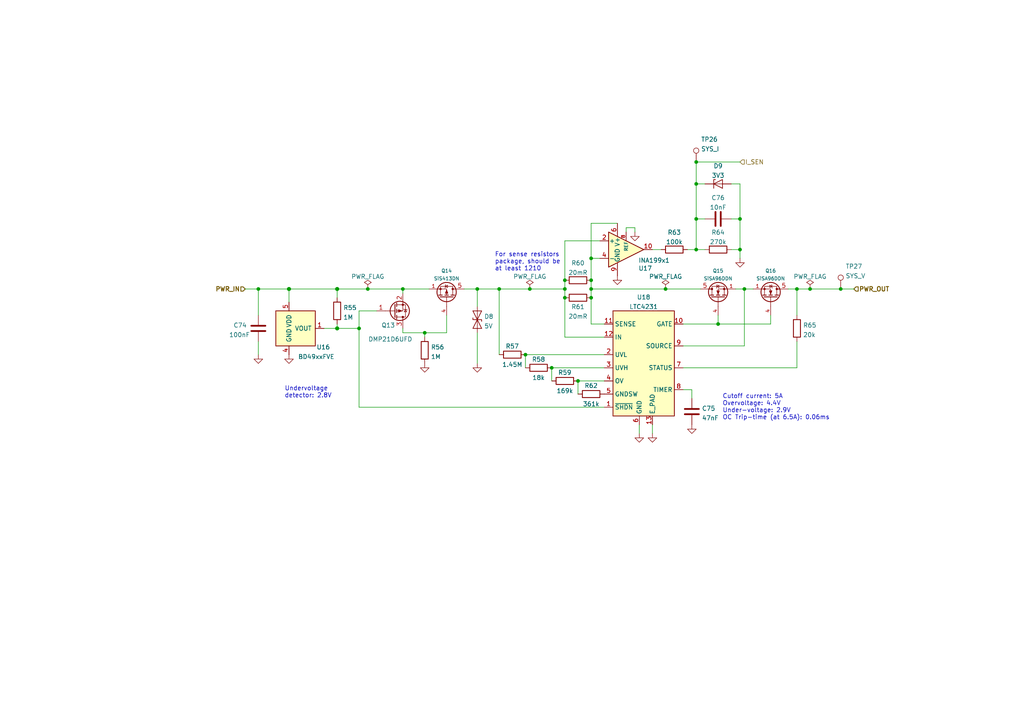
<source format=kicad_sch>
(kicad_sch (version 20210621) (generator eeschema)
  (paper "A4")
  (title_block (title "BUTCube - EPS") (date "2021-06-01") (rev "v1.0") (company "VUT - FIT(STRaDe) & FME(IAE & IPE)") (comment 1 "Author: Petr Malaník"))
  (lib_symbols
    (symbol "Connector:TestPoint" (pin_numbers hide) (pin_names (offset 0.762) hide)
      (property "Reference" "TP" (at 0 6.858 0))
      (property "Value" "TestPoint" (at 0 5.08 0))
      (symbol "TestPoint_0_1"
        (circle (center 0 3.302) (radius 0.762))
      )
      (symbol "TestPoint_1_1"
        (pin passive line (at 0 0 90) (length 2.54) (name "1") (number "1"))
      )
    )
    (symbol "Device:C" (pin_numbers hide) (pin_names (offset 0.254))
      (property "Reference" "C" (at 0.635 2.54 0))
      (property "Value" "C" (at 0.635 -2.54 0))
      (symbol "C_0_1"
        (polyline (pts (xy -2.032 -0.762) (xy 2.032 -0.762)) (stroke (width 0.508)))
        (polyline (pts (xy -2.032 0.762) (xy 2.032 0.762)) (stroke (width 0.508)))
      )
      (symbol "C_1_1"
        (pin passive line (at 0 3.81 270) (length 2.794) (name "~") (number "1"))
        (pin passive line (at 0 -3.81 90) (length 2.794) (name "~") (number "2"))
      )
    )
    (symbol "Device:D_TVS" (pin_numbers hide) (pin_names (offset 1.016) hide)
      (property "Reference" "D" (at 0 2.54 0))
      (property "Value" "D_TVS" (at 0 -2.54 0))
      (symbol "D_TVS_0_1"
        (polyline (pts (xy 1.27 0) (xy -1.27 0)))
        (polyline (pts (xy -2.54 -1.27) (xy 0 0) (xy -2.54 1.27) (xy -2.54 -1.27)) (stroke (width 0.2032)))
        (polyline (pts (xy 0.508 1.27) (xy 0 1.27) (xy 0 -1.27) (xy -0.508 -1.27)) (stroke (width 0.2032)))
        (polyline (pts (xy 2.54 1.27) (xy 2.54 -1.27) (xy 0 0) (xy 2.54 1.27)) (stroke (width 0.2032)))
      )
      (symbol "D_TVS_1_1"
        (pin passive line (at -3.81 0 0) (length 2.54) (name "A1") (number "1"))
        (pin passive line (at 3.81 0 180) (length 2.54) (name "A2") (number "2"))
      )
    )
    (symbol "Device:D_Zener" (pin_numbers hide) (pin_names (offset 1.016) hide)
      (property "Reference" "D" (at 0 2.54 0))
      (property "Value" "D_Zener" (at 0 -2.54 0))
      (symbol "D_Zener_0_1"
        (polyline (pts (xy 1.27 0) (xy -1.27 0)))
        (polyline (pts (xy -1.27 -1.27) (xy -1.27 1.27) (xy -0.762 1.27)) (stroke (width 0.2032)))
        (polyline (pts (xy 1.27 -1.27) (xy 1.27 1.27) (xy -1.27 0) (xy 1.27 -1.27)) (stroke (width 0.2032)))
      )
      (symbol "D_Zener_1_1"
        (pin passive line (at -3.81 0 0) (length 2.54) (name "K") (number "1"))
        (pin passive line (at 3.81 0 180) (length 2.54) (name "A") (number "2"))
      )
    )
    (symbol "Device:R" (pin_numbers hide) (pin_names (offset 0))
      (property "Reference" "R" (at 2.032 0 90))
      (property "Value" "R" (at 0 0 90))
      (symbol "R_0_1"
        (rectangle (start -1.016 -2.54) (end 1.016 2.54) (stroke (width 0.254)))
      )
      (symbol "R_1_1"
        (pin passive line (at 0 3.81 270) (length 1.27) (name "~") (number "1"))
        (pin passive line (at 0 -3.81 90) (length 1.27) (name "~") (number "2"))
      )
    )
    (symbol "Power_Management:BD49xxFVE" (pin_names (offset 1.016))
      (property "Reference" "U" (at -3.81 6.35 0))
      (property "Value" "BD49xxFVE" (at -5.08 0 90))
      (symbol "BD49xxFVE_1_1"
        (rectangle (start -3.81 5.08) (end 7.62 -5.08) (stroke (width 0.254)) (fill (type background)))
        (pin output line (at 10.16 0 180) (length 2.54) (name "VOUT") (number "1"))
        (pin passive line (at 0 -7.62 90) (length 2.54) hide (name "GND") (number "2"))
        (pin power_in line (at 0 -7.62 90) (length 2.54) (name "GND") (number "4"))
        (pin power_in line (at 0 7.62 270) (length 2.54) (name "VDD") (number "5"))
      )
    )
    (symbol "TCY_power_management:INA199" (pin_names (offset 0.127))
      (property "Reference" "U" (at 3.81 3.81 0))
      (property "Value" "INA199" (at 3.81 -3.81 0))
      (symbol "INA199_0_1"
        (polyline (pts (xy 5.08 0) (xy -5.08 5.08) (xy -5.08 -5.08) (xy 5.08 0)) (stroke (width 0.254)) (fill (type background)))
      )
      (symbol "INA199_1_1"
        (pin output line (at 7.62 0 180) (length 2.54) (name "~") (number "10"))
        (pin input line (at -7.62 2.54 0) (length 2.54) (name "+") (number "2"))
        (pin input line (at -7.62 2.54 0) (length 2.54) hide (name "+") (number "3"))
        (pin input line (at -7.62 -2.54 0) (length 2.54) (name "-") (number "4"))
        (pin input line (at -7.62 -2.54 0) (length 2.54) hide (name "-") (number "5"))
        (pin power_in line (at -2.54 7.62 270) (length 3.81) (name "V+") (number "6"))
        (pin input line (at 0 5.08 270) (length 2.54) (name "REF") (number "8"))
        (pin power_in line (at -2.54 -7.62 90) (length 3.81) (name "GND") (number "9"))
      )
    )
    (symbol "TCY_power_management:LTC4231"
      (property "Reference" "U" (at 0 11.43 0))
      (property "Value" "LTC4231" (at 0 -5.08 0))
      (symbol "LTC4231_0_1"
        (rectangle (start -8.89 15.24) (end 8.89 -15.24) (stroke (width 0.254)) (fill (type background)))
      )
      (symbol "LTC4231_1_1"
        (pin input line (at -11.43 -12.7 0) (length 2.54) (name "~{SHDN}") (number "1"))
        (pin output line (at 11.43 11.43 180) (length 2.54) (name "GATE") (number "10"))
        (pin input line (at -11.43 11.43 0) (length 2.54) (name "SENSE") (number "11"))
        (pin power_in line (at -11.43 7.62 0) (length 2.54) (name "IN") (number "12"))
        (pin passive line (at 2.54 -17.78 90) (length 2.54) (name "E_PAD") (number "13"))
        (pin input line (at -11.43 2.54 0) (length 2.54) (name "UVL") (number "2"))
        (pin input line (at -11.43 -1.27 0) (length 2.54) (name "UVH") (number "3"))
        (pin input line (at -11.43 -5.08 0) (length 2.54) (name "OV") (number "4"))
        (pin passive line (at -11.43 -8.89 0) (length 2.54) (name "GNDSW") (number "5"))
        (pin passive line (at -1.27 -17.78 90) (length 2.54) (name "GND") (number "6"))
        (pin output line (at 11.43 -1.27 180) (length 2.54) (name "STATUS") (number "7"))
        (pin passive line (at 11.43 -7.62 180) (length 2.54) (name "TIMER") (number "8"))
        (pin input line (at 11.43 5.08 180) (length 2.54) (name "SOURCE") (number "9"))
      )
    )
    (symbol "TCY_transistors:DMP21D6UFD" (pin_names (offset 0) hide)
      (property "Reference" "Q" (at 5.08 1.27 0))
      (property "Value" "DMP21D6UFD" (at -2.54 -15.24 0))
      (symbol "DMP21D6UFD_0_1"
        (circle (center 1.651 0) (radius 2.794) (stroke (width 0.254)))
        (circle (center 2.54 -1.778) (radius 0.254) (fill (type outline)))
        (circle (center 2.54 1.778) (radius 0.254) (fill (type outline)))
        (polyline (pts (xy 0.254 0) (xy -2.54 0)))
        (polyline (pts (xy 0.254 1.905) (xy 0.254 -1.905)) (stroke (width 0.254)))
        (polyline (pts (xy 0.762 -1.27) (xy 0.762 -2.286)) (stroke (width 0.254)))
        (polyline (pts (xy 0.762 0.508) (xy 0.762 -0.508)) (stroke (width 0.254)))
        (polyline (pts (xy 0.762 2.286) (xy 0.762 1.27)) (stroke (width 0.254)))
        (polyline (pts (xy 2.54 2.54) (xy 2.54 1.778)))
        (polyline (pts (xy 2.54 -2.54) (xy 2.54 0) (xy 0.762 0)))
        (polyline (pts (xy 0.762 1.778) (xy 3.302 1.778) (xy 3.302 -1.778) (xy 0.762 -1.778)))
        (polyline (pts (xy 2.794 -0.508) (xy 2.921 -0.381) (xy 3.683 -0.381) (xy 3.81 -0.254)))
        (polyline (pts (xy 3.302 -0.381) (xy 2.921 0.254) (xy 3.683 0.254) (xy 3.302 -0.381)))
        (polyline (pts (xy 2.286 0) (xy 1.27 0.381) (xy 1.27 -0.381) (xy 2.286 0)) (fill (type outline)))
      )
      (symbol "DMP21D6UFD_1_1"
        (pin input line (at -5.08 0 0) (length 2.54) (name "G") (number "1"))
        (pin passive line (at 2.54 -5.08 90) (length 2.54) (name "S") (number "2"))
        (pin passive line (at 2.54 5.08 270) (length 2.54) (name "D") (number "3"))
      )
    )
    (symbol "TCY_transistors:SiS413DN" (pin_names hide)
      (property "Reference" "Q" (at 8.89 2.54 0))
      (property "Value" "SiS413DN" (at 8.89 0 0))
      (symbol "SiS413DN_0_1"
        (circle (center -0.889 0) (radius 2.794) (stroke (width 0.254)))
        (circle (center 0 -1.778) (radius 0.254) (fill (type outline)))
        (circle (center 0 1.778) (radius 0.254) (fill (type outline)))
        (polyline (pts (xy -2.286 0) (xy -5.08 0)))
        (polyline (pts (xy -2.286 1.905) (xy -2.286 -1.905)) (stroke (width 0.254)))
        (polyline (pts (xy -1.778 -1.27) (xy -1.778 -2.286)) (stroke (width 0.254)))
        (polyline (pts (xy -1.778 0.508) (xy -1.778 -0.508)) (stroke (width 0.254)))
        (polyline (pts (xy -1.778 2.286) (xy -1.778 1.27)) (stroke (width 0.254)))
        (polyline (pts (xy 0 2.54) (xy 0 1.778)))
        (polyline (pts (xy 0 -2.54) (xy 0 0) (xy -1.778 0)))
        (polyline (pts (xy -1.778 1.778) (xy 0.762 1.778) (xy 0.762 -1.778) (xy -1.778 -1.778)))
        (polyline (pts (xy 0.254 -0.508) (xy 0.381 -0.381) (xy 1.143 -0.381) (xy 1.27 -0.254)))
        (polyline (pts (xy 0.762 -0.381) (xy 0.381 0.254) (xy 1.143 0.254) (xy 0.762 -0.381)))
        (polyline (pts (xy -0.254 0) (xy -1.27 0.381) (xy -1.27 -0.381) (xy -0.254 0)) (fill (type outline)))
      )
      (symbol "SiS413DN_1_1"
        (pin passive line (at 0 -5.08 90) (length 2.54) (name "S") (number "1"))
        (pin passive line (at 0 -5.08 90) (length 2.54) hide (name "S") (number "2"))
        (pin passive line (at 0 -5.08 90) (length 2.54) hide (name "S") (number "3"))
        (pin passive line (at -7.62 0 0) (length 2.54) (name "G") (number "4"))
        (pin passive line (at 0 5.08 270) (length 2.54) (name "D") (number "5"))
      )
    )
    (symbol "TCY_transistors:SiSA96DDN" (pin_names hide)
      (property "Reference" "Q" (at 7.62 1.27 0))
      (property "Value" "SiSA96DDN" (at 7.62 -1.27 0))
      (symbol "SiSA96DDN_0_1"
        (circle (center 1.651 0) (radius 2.794) (stroke (width 0.254)))
        (circle (center 2.54 -1.778) (radius 0.254) (fill (type outline)))
        (circle (center 2.54 1.778) (radius 0.254) (fill (type outline)))
        (polyline (pts (xy 0.254 0) (xy -2.54 0)))
        (polyline (pts (xy 0.254 1.905) (xy 0.254 -1.905)) (stroke (width 0.254)))
        (polyline (pts (xy 0.762 -1.27) (xy 0.762 -2.286)) (stroke (width 0.254)))
        (polyline (pts (xy 0.762 0.508) (xy 0.762 -0.508)) (stroke (width 0.254)))
        (polyline (pts (xy 0.762 2.286) (xy 0.762 1.27)) (stroke (width 0.254)))
        (polyline (pts (xy 2.54 2.54) (xy 2.54 1.778)))
        (polyline (pts (xy 2.54 2.54) (xy 2.54 1.778)))
        (polyline (pts (xy 2.54 -2.54) (xy 2.54 0) (xy 0.762 0)))
        (polyline (pts (xy 0.762 -1.778) (xy 3.302 -1.778) (xy 3.302 1.778) (xy 0.762 1.778)))
        (polyline (pts (xy 2.794 0.508) (xy 2.921 0.381) (xy 3.683 0.381) (xy 3.81 0.254)))
        (polyline (pts (xy 3.302 0.381) (xy 2.921 -0.254) (xy 3.683 -0.254) (xy 3.302 0.381)))
        (polyline (pts (xy 1.016 0) (xy 2.032 0.381) (xy 2.032 -0.381) (xy 1.016 0)) (fill (type outline)))
      )
      (symbol "SiSA96DDN_1_1"
        (pin passive line (at 2.54 -5.08 90) (length 2.54) (name "S") (number "1"))
        (pin passive line (at 2.54 -5.08 90) (length 2.54) hide (name "S") (number "2"))
        (pin passive line (at 2.54 -5.08 90) (length 2.54) hide (name "S") (number "3"))
        (pin passive line (at -5.08 0 0) (length 2.54) (name "G") (number "4"))
        (pin passive line (at 2.54 5.08 270) (length 2.54) (name "D") (number "5"))
      )
    )
    (symbol "power:GND" (power) (pin_names (offset 0))
      (property "Value" "GND" (at 0 -3.81 0))
      (symbol "GND_0_1"
        (polyline (pts (xy 0 0) (xy 0 -1.27) (xy 1.27 -1.27) (xy 0 -2.54) (xy -1.27 -1.27) (xy 0 -1.27)))
      )
      (symbol "GND_1_1"
        (pin power_in line (at 0 0 270) (length 0) hide (name "GND") (number "1"))
      )
    )
    (symbol "power:PWR_FLAG" (power) (pin_numbers hide) (pin_names (offset 0) hide)
      (property "Value" "PWR_FLAG" (at 0 3.81 0))
      (symbol "PWR_FLAG_0_0"
        (pin power_out line (at 0 0 90) (length 0) (name "pwr") (number "1"))
      )
      (symbol "PWR_FLAG_0_1"
        (polyline (pts (xy 0 0) (xy 0 1.27) (xy -1.016 1.905) (xy 0 2.54) (xy 1.016 1.905) (xy 0 1.27)))
      )
    )
  )
  (junction (at 74.93 83.82) (diameter 0.9144))
  (junction (at 83.82 83.82) (diameter 1.016))
  (junction (at 97.79 83.82) (diameter 1.016))
  (junction (at 97.79 95.25) (diameter 1.016))
  (junction (at 104.14 95.25) (diameter 0.9144))
  (junction (at 106.68 83.82) (diameter 0.9144))
  (junction (at 116.84 83.82) (diameter 0.9144))
  (junction (at 123.19 96.52) (diameter 0.9144))
  (junction (at 138.43 83.82) (diameter 0.9144))
  (junction (at 144.78 83.82) (diameter 0.9144))
  (junction (at 152.4 102.87) (diameter 0.9144))
  (junction (at 153.67 83.82) (diameter 0.9144))
  (junction (at 160.02 106.68) (diameter 0.9144))
  (junction (at 163.83 81.28) (diameter 0.9144))
  (junction (at 163.83 83.82) (diameter 0.9144))
  (junction (at 163.83 86.36) (diameter 0.9144))
  (junction (at 167.64 110.49) (diameter 0.9144))
  (junction (at 171.45 74.93) (diameter 0.9144))
  (junction (at 171.45 81.28) (diameter 0.9144))
  (junction (at 171.45 83.82) (diameter 0.9144))
  (junction (at 171.45 86.36) (diameter 0.9144))
  (junction (at 193.04 83.82) (diameter 0.9144))
  (junction (at 201.93 46.99) (diameter 0.9144))
  (junction (at 201.93 53.34) (diameter 0.9144))
  (junction (at 201.93 63.5) (diameter 0.9144))
  (junction (at 201.93 72.39) (diameter 0.9144))
  (junction (at 208.28 93.98) (diameter 0.9144))
  (junction (at 214.63 63.5) (diameter 0.9144))
  (junction (at 214.63 72.39) (diameter 0.9144))
  (junction (at 215.9 83.82) (diameter 0.9144))
  (junction (at 231.14 83.82) (diameter 0.9144))
  (junction (at 234.95 83.82) (diameter 0.9144))
  (junction (at 243.84 83.82) (diameter 0.9144))
  (wire (pts (xy 71.12 83.82) (xy 74.93 83.82)))
  (wire (pts (xy 74.93 83.82) (xy 74.93 91.44)))
  (wire (pts (xy 74.93 83.82) (xy 83.82 83.82)))
  (wire (pts (xy 74.93 99.06) (xy 74.93 102.87)))
  (wire (pts (xy 83.82 83.82) (xy 97.79 83.82)))
  (wire (pts (xy 83.82 87.63) (xy 83.82 83.82)))
  (wire (pts (xy 97.79 83.82) (xy 97.79 86.36)))
  (wire (pts (xy 97.79 83.82) (xy 106.68 83.82)))
  (wire (pts (xy 97.79 93.98) (xy 97.79 95.25)))
  (wire (pts (xy 97.79 95.25) (xy 93.98 95.25)))
  (wire (pts (xy 104.14 90.17) (xy 104.14 95.25)))
  (wire (pts (xy 104.14 95.25) (xy 97.79 95.25)))
  (wire (pts (xy 104.14 118.11) (xy 104.14 95.25)))
  (wire (pts (xy 106.68 83.82) (xy 116.84 83.82)))
  (wire (pts (xy 109.22 90.17) (xy 104.14 90.17)))
  (wire (pts (xy 116.84 83.82) (xy 116.84 85.09)))
  (wire (pts (xy 116.84 83.82) (xy 124.46 83.82)))
  (wire (pts (xy 116.84 95.25) (xy 116.84 96.52)))
  (wire (pts (xy 116.84 96.52) (xy 123.19 96.52)))
  (wire (pts (xy 123.19 96.52) (xy 123.19 97.79)))
  (wire (pts (xy 123.19 96.52) (xy 129.54 96.52)))
  (wire (pts (xy 129.54 91.44) (xy 129.54 96.52)))
  (wire (pts (xy 134.62 83.82) (xy 138.43 83.82)))
  (wire (pts (xy 138.43 83.82) (xy 138.43 88.9)))
  (wire (pts (xy 138.43 83.82) (xy 144.78 83.82)))
  (wire (pts (xy 138.43 96.52) (xy 138.43 105.41)))
  (wire (pts (xy 144.78 83.82) (xy 153.67 83.82)))
  (wire (pts (xy 144.78 102.87) (xy 144.78 83.82)))
  (wire (pts (xy 152.4 102.87) (xy 152.4 106.68)))
  (wire (pts (xy 152.4 102.87) (xy 175.26 102.87)))
  (wire (pts (xy 153.67 83.82) (xy 163.83 83.82)))
  (wire (pts (xy 160.02 106.68) (xy 160.02 110.49)))
  (wire (pts (xy 160.02 106.68) (xy 175.26 106.68)))
  (wire (pts (xy 163.83 69.85) (xy 163.83 81.28)))
  (wire (pts (xy 163.83 81.28) (xy 163.83 83.82)))
  (wire (pts (xy 163.83 86.36) (xy 163.83 83.82)))
  (wire (pts (xy 163.83 97.79) (xy 163.83 86.36)))
  (wire (pts (xy 167.64 110.49) (xy 167.64 114.3)))
  (wire (pts (xy 167.64 110.49) (xy 175.26 110.49)))
  (wire (pts (xy 171.45 64.77) (xy 171.45 74.93)))
  (wire (pts (xy 171.45 64.77) (xy 179.07 64.77)))
  (wire (pts (xy 171.45 74.93) (xy 171.45 81.28)))
  (wire (pts (xy 171.45 81.28) (xy 171.45 83.82)))
  (wire (pts (xy 171.45 83.82) (xy 193.04 83.82)))
  (wire (pts (xy 171.45 86.36) (xy 171.45 83.82)))
  (wire (pts (xy 171.45 93.98) (xy 171.45 86.36)))
  (wire (pts (xy 173.99 69.85) (xy 163.83 69.85)))
  (wire (pts (xy 173.99 74.93) (xy 171.45 74.93)))
  (wire (pts (xy 175.26 93.98) (xy 171.45 93.98)))
  (wire (pts (xy 175.26 97.79) (xy 163.83 97.79)))
  (wire (pts (xy 175.26 118.11) (xy 104.14 118.11)))
  (wire (pts (xy 181.61 66.04) (xy 184.15 66.04)))
  (wire (pts (xy 181.61 67.31) (xy 181.61 66.04)))
  (wire (pts (xy 184.15 66.04) (xy 184.15 67.31)))
  (wire (pts (xy 185.42 123.19) (xy 185.42 125.73)))
  (wire (pts (xy 189.23 72.39) (xy 191.77 72.39)))
  (wire (pts (xy 189.23 123.19) (xy 189.23 125.73)))
  (wire (pts (xy 193.04 83.82) (xy 203.2 83.82)))
  (wire (pts (xy 198.12 93.98) (xy 208.28 93.98)))
  (wire (pts (xy 198.12 100.33) (xy 215.9 100.33)))
  (wire (pts (xy 198.12 106.68) (xy 231.14 106.68)))
  (wire (pts (xy 198.12 113.03) (xy 200.66 113.03)))
  (wire (pts (xy 199.39 72.39) (xy 201.93 72.39)))
  (wire (pts (xy 200.66 113.03) (xy 200.66 115.57)))
  (wire (pts (xy 201.93 46.99) (xy 201.93 53.34)))
  (wire (pts (xy 201.93 46.99) (xy 214.63 46.99)))
  (wire (pts (xy 201.93 53.34) (xy 201.93 63.5)))
  (wire (pts (xy 201.93 63.5) (xy 201.93 72.39)))
  (wire (pts (xy 201.93 72.39) (xy 204.47 72.39)))
  (wire (pts (xy 204.47 53.34) (xy 201.93 53.34)))
  (wire (pts (xy 204.47 63.5) (xy 201.93 63.5)))
  (wire (pts (xy 208.28 91.44) (xy 208.28 93.98)))
  (wire (pts (xy 208.28 93.98) (xy 223.52 93.98)))
  (wire (pts (xy 212.09 53.34) (xy 214.63 53.34)))
  (wire (pts (xy 212.09 63.5) (xy 214.63 63.5)))
  (wire (pts (xy 212.09 72.39) (xy 214.63 72.39)))
  (wire (pts (xy 213.36 83.82) (xy 215.9 83.82)))
  (wire (pts (xy 214.63 53.34) (xy 214.63 63.5)))
  (wire (pts (xy 214.63 63.5) (xy 214.63 72.39)))
  (wire (pts (xy 214.63 72.39) (xy 214.63 74.93)))
  (wire (pts (xy 215.9 83.82) (xy 218.44 83.82)))
  (wire (pts (xy 215.9 100.33) (xy 215.9 83.82)))
  (wire (pts (xy 223.52 91.44) (xy 223.52 93.98)))
  (wire (pts (xy 231.14 83.82) (xy 228.6 83.82)))
  (wire (pts (xy 231.14 83.82) (xy 234.95 83.82)))
  (wire (pts (xy 231.14 91.44) (xy 231.14 83.82)))
  (wire (pts (xy 231.14 99.06) (xy 231.14 106.68)))
  (wire (pts (xy 234.95 83.82) (xy 243.84 83.82)))
  (wire (pts (xy 243.84 83.82) (xy 247.65 83.82)))
  (text "Undervoltage\ndetector: 2.8V" (at 82.55 115.57 0) (effects (font (size 1.27 1.27)) (justify left bottom)))
  (text "For sense resistors\npackage, should be\nat least 1210" (at 143.51 78.74 0) (effects (font (size 1.27 1.27)) (justify left bottom)))
  (text "Cutoff current: 5A\nOvervoltage: 4.4V\nUnder-voltage: 2.9V\nOC Trip-time (at 6.5A): 0.06ms" (at 209.55 121.92 0) (effects (font (size 1.27 1.27)) (justify left bottom)))
  (hierarchical_label "PWR_IN" (shape input) (at 71.12 83.82 180) (effects (font (thickness 0.254))))
  (hierarchical_label "I_SEN" (shape input) (at 214.63 46.99 0))
  (hierarchical_label "PWR_OUT" (shape input) (at 247.65 83.82 0) (effects (font (thickness 0.254))))
  (symbol (lib_id "power:PWR_FLAG") (at 106.68 83.82 0)
    (property "Reference" "#FLG012" (effects hide))
    (property "Value" "PWR_FLAG" (at 106.68 80.2154 0))
  )
  (symbol (lib_id "power:PWR_FLAG") (at 153.67 83.82 0)
    (property "Reference" "#FLG013" (effects hide))
    (property "Value" "PWR_FLAG" (at 153.67 80.2154 0))
  )
  (symbol (lib_id "power:PWR_FLAG") (at 193.04 83.82 0)
    (property "Reference" "#FLG014" (effects hide))
    (property "Value" "PWR_FLAG" (at 193.04 80.2154 0))
  )
  (symbol (lib_id "power:PWR_FLAG") (at 234.95 83.82 0)
    (property "Reference" "#FLG015" (effects hide))
    (property "Value" "PWR_FLAG" (at 234.95 80.2154 0))
  )
  (symbol (lib_id "Connector:TestPoint") (at 201.93 46.99 0)
    (property "Reference" "TP26" (at 203.3271 40.43 0) (effects (justify left)))
    (property "Value" "SYS_I" (at 203.3271 43.2051 0) (effects (justify left)))
    (property "Footprint" "TCY_connectors:TestPoint_Pad_D0.5mm" (effects hide))
  )
  (symbol (lib_id "Connector:TestPoint") (at 243.84 83.82 0)
    (property "Reference" "TP27" (at 245.2371 77.26 0) (effects (justify left)))
    (property "Value" "SYS_V" (at 245.2371 80.0351 0) (effects (justify left)))
    (property "Footprint" "TCY_connectors:TestPoint_Pad_D0.5mm" (effects hide))
  )
  (symbol (lib_id "power:GND") (at 74.93 102.87 0)
    (property "Reference" "#PWR0152" (effects hide))
    (property "Value" "GND" (effects hide))
  )
  (symbol (lib_id "power:GND") (at 83.82 102.87 0)
    (property "Reference" "#PWR0153" (effects hide))
    (property "Value" "GND" (effects hide))
  )
  (symbol (lib_id "power:GND") (at 123.19 105.41 0)
    (property "Reference" "#PWR0154" (effects hide))
    (property "Value" "GND" (effects hide))
  )
  (symbol (lib_id "power:GND") (at 138.43 105.41 0)
    (property "Reference" "#PWR0155" (effects hide))
    (property "Value" "GND" (effects hide))
  )
  (symbol (lib_id "power:GND") (at 179.07 80.01 0)
    (property "Reference" "#PWR0156" (effects hide))
    (property "Value" "GND" (effects hide))
  )
  (symbol (lib_id "power:GND") (at 184.15 67.31 0)
    (property "Reference" "#PWR0157" (effects hide))
    (property "Value" "GND" (effects hide))
  )
  (symbol (lib_id "power:GND") (at 185.42 125.73 0)
    (property "Reference" "#PWR0158" (effects hide))
    (property "Value" "GND" (effects hide))
  )
  (symbol (lib_id "power:GND") (at 189.23 125.73 0)
    (property "Reference" "#PWR0159" (effects hide))
    (property "Value" "GND" (effects hide))
  )
  (symbol (lib_id "power:GND") (at 200.66 123.19 0)
    (property "Reference" "#PWR0160" (effects hide))
    (property "Value" "GND" (effects hide))
  )
  (symbol (lib_id "power:GND") (at 214.63 74.93 0)
    (property "Reference" "#PWR0161" (effects hide))
    (property "Value" "GND" (effects hide))
  )
  (symbol (lib_id "Device:R") (at 97.79 90.17 0)
    (property "Reference" "R55" (at 99.5681 89.2615 0) (effects (justify left)))
    (property "Value" "1M" (at 99.5681 92.0366 0) (effects (justify left)))
    (property "Footprint" "Resistor_SMD:R_0603_1608Metric" (effects hide))
  )
  (symbol (lib_id "Device:R") (at 123.19 101.6 0)
    (property "Reference" "R56" (at 124.9681 100.6915 0) (effects (justify left)))
    (property "Value" "1M" (at 124.9681 103.4666 0) (effects (justify left)))
    (property "Footprint" "Resistor_SMD:R_0603_1608Metric" (effects hide))
  )
  (symbol (lib_id "Device:R") (at 148.59 102.87 90)
    (property "Reference" "R57" (at 148.59 100.4274 90))
    (property "Value" "1.45M" (at 148.59 105.7425 90))
    (property "Footprint" "Resistor_SMD:R_0603_1608Metric" (effects hide))
  )
  (symbol (lib_id "Device:R") (at 156.21 106.68 90)
    (property "Reference" "R58" (at 156.21 104.2374 90))
    (property "Value" "18k" (at 156.21 109.5525 90))
    (property "Footprint" "Resistor_SMD:R_0603_1608Metric" (effects hide))
  )
  (symbol (lib_id "Device:R") (at 163.83 110.49 90)
    (property "Reference" "R59" (at 163.83 108.0474 90))
    (property "Value" "169k" (at 163.83 113.3625 90))
    (property "Footprint" "Resistor_SMD:R_0603_1608Metric" (effects hide))
  )
  (symbol (lib_id "Device:R") (at 167.64 81.28 90)
    (property "Reference" "R60" (at 167.64 76.2974 90))
    (property "Value" "20mR" (at 167.64 79.0725 90))
    (property "Footprint" "Resistor_SMD:R_2010_5025Metric" (effects hide))
  )
  (symbol (lib_id "Device:R") (at 167.64 86.36 90)
    (property "Reference" "R61" (at 167.64 88.9974 90))
    (property "Value" "20mR" (at 167.64 91.7725 90))
    (property "Footprint" "Resistor_SMD:R_2010_5025Metric" (effects hide))
  )
  (symbol (lib_id "Device:R") (at 171.45 114.3 90)
    (property "Reference" "R62" (at 171.45 111.8574 90))
    (property "Value" "361k" (at 171.45 117.1725 90))
    (property "Footprint" "Resistor_SMD:R_0603_1608Metric" (effects hide))
  )
  (symbol (lib_id "Device:R") (at 195.58 72.39 90)
    (property "Reference" "R63" (at 195.58 67.4074 90))
    (property "Value" "100k" (at 195.58 70.1825 90))
    (property "Footprint" "Resistor_SMD:R_0603_1608Metric" (effects hide))
  )
  (symbol (lib_id "Device:R") (at 208.28 72.39 90)
    (property "Reference" "R64" (at 208.28 67.4074 90))
    (property "Value" "270k" (at 208.28 70.1825 90))
    (property "Footprint" "Resistor_SMD:R_0603_1608Metric" (effects hide))
  )
  (symbol (lib_id "Device:R") (at 231.14 95.25 0)
    (property "Reference" "R65" (at 232.9181 94.3415 0) (effects (justify left)))
    (property "Value" "20k" (at 232.9181 97.1166 0) (effects (justify left)))
    (property "Footprint" "Resistor_SMD:R_0603_1608Metric" (effects hide))
  )
  (symbol (lib_id "Device:D_TVS") (at 138.43 92.71 90)
    (property "Reference" "D8" (at 140.4367 91.8015 90) (effects (justify right)))
    (property "Value" "5V" (at 140.4367 94.5766 90) (effects (justify right)))
    (property "Footprint" "Diode_SMD:D_SMB" (effects hide))
  )
  (symbol (lib_id "Device:D_Zener") (at 208.28 53.34 0)
    (property "Reference" "D9" (at 208.28 48.1288 0))
    (property "Value" "3V3" (at 208.28 50.9039 0))
    (property "Footprint" "Diode_SMD:D_SOD-323F" (effects hide))
  )
  (symbol (lib_id "Device:C") (at 74.93 95.25 0)
    (property "Reference" "C74" (at 67.6911 94.3415 0) (effects (justify left)))
    (property "Value" "100nF" (at 66.4211 97.1166 0) (effects (justify left)))
    (property "Footprint" "Capacitor_SMD:C_0603_1608Metric" (effects hide))
  )
  (symbol (lib_id "Device:C") (at 200.66 119.38 0)
    (property "Reference" "C75" (at 203.5811 118.4715 0) (effects (justify left)))
    (property "Value" "47nF" (at 203.5811 121.2466 0) (effects (justify left)))
    (property "Footprint" "Capacitor_SMD:C_0603_1608Metric" (effects hide))
  )
  (symbol (lib_id "Device:C") (at 208.28 63.5 90)
    (property "Reference" "C76" (at 208.28 57.3744 90))
    (property "Value" "10nF" (at 208.28 60.1495 90))
    (property "Footprint" "Capacitor_SMD:C_0603_1608Metric" (effects hide))
  )
  (symbol (lib_id "TCY_transistors:DMP21D6UFD") (at 114.3 90.17 0) (mirror x)
    (property "Reference" "Q13" (at 110.6171 94.3415 0) (effects (justify left)))
    (property "Value" "DMP21D6UFD" (at 106.8071 98.3866 0) (effects (justify left)))
    (property "Footprint" "TCY_IC:DFN-3_1.2x1.2mm" (effects hide))
  )
  (symbol (lib_id "TCY_transistors:SiS413DN") (at 129.54 83.82 270) (mirror x)
    (property "Reference" "Q14" (at 129.54 78.5488 90) (effects (font (size 1 1))))
    (property "Value" "SiS413DN" (at 129.54 80.7878 90) (effects (font (size 1 1))))
    (property "Footprint" "Package_SO:Vishay_PowerPAK_1212-8_Single" (effects hide))
    (property "Datasheet" "https://www.vishay.com/docs/63262/sis413dn.pdf" (effects hide))
  )
  (symbol (lib_id "TCY_transistors:SiSA96DDN") (at 208.28 86.36 90)
    (property "Reference" "Q15" (at 208.28 78.5488 90) (effects (font (size 1 1))))
    (property "Value" "SiSA96DDN" (at 208.28 80.7878 90) (effects (font (size 1 1))))
    (property "Footprint" "Package_SO:Vishay_PowerPAK_1212-8_Single" (effects hide))
    (property "Datasheet" "https://www.vishay.com/docs/75285/sisa96dn.pdf" (effects hide))
  )
  (symbol (lib_id "TCY_transistors:SiSA96DDN") (at 223.52 86.36 270) (mirror x)
    (property "Reference" "Q16" (at 223.52 78.5488 90) (effects (font (size 1 1))))
    (property "Value" "SiSA96DDN" (at 223.52 80.7878 90) (effects (font (size 1 1))))
    (property "Footprint" "Package_SO:Vishay_PowerPAK_1212-8_Single" (effects hide))
    (property "Datasheet" "https://www.vishay.com/docs/75285/sisa96dn.pdf" (effects hide))
  )
  (symbol (lib_id "Power_Management:BD49xxFVE") (at 83.82 95.25 0)
    (property "Reference" "U16" (at 95.7579 100.6915 0) (effects (justify right)))
    (property "Value" "BD49xxFVE" (at 97.0279 103.4666 0) (effects (justify right)))
    (property "Footprint" "Package_TO_SOT_SMD:VSOF5" (effects hide))
    (property "Datasheet" "https://www.rohm.de/datasheet/BD4830FVE/bd48xxg-e" (effects hide))
  )
  (symbol (lib_id "TCY_power_management:INA199") (at 181.61 72.39 0)
    (property "Reference" "U17" (at 185.1661 77.8315 0) (effects (justify left)))
    (property "Value" "INA199x1" (at 185.1661 75.5266 0) (effects (justify left)))
    (property "Footprint" "Package_DFN_QFN:UQFN-10_1.4x1.8mm_P0.4mm" (effects hide))
    (property "Datasheet" "https://www.ti.com/lit/ds/symlink/ina199.pdf" (effects hide))
  )
  (symbol (lib_id "TCY_power_management:LTC4231") (at 186.69 105.41 0)
    (property "Reference" "U18" (at 186.69 86.2034 0))
    (property "Value" "LTC4231" (at 186.69 88.9785 0))
    (property "Footprint" "Package_DFN_QFN:QFN-12-1EP_3x3mm_P0.5mm_EP1.65x1.65mm_ThermalVias" (effects hide))
    (property "Datasheet" "https://www.analog.com/media/en/technical-documentation/data-sheets/LTC4231.pdf" (effects hide))
  )
)
</source>
